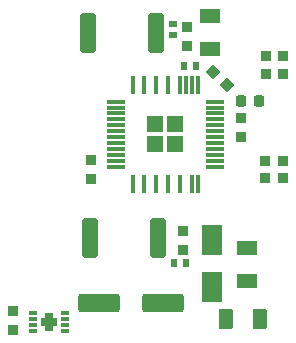
<source format=gtp>
G04 #@! TF.GenerationSoftware,KiCad,Pcbnew,(5.99.0-8491-gb8dfcb34c4)*
G04 #@! TF.CreationDate,2021-01-20T09:42:39+01:00*
G04 #@! TF.ProjectId,TMC2130_Driver,544d4332-3133-4305-9f44-72697665722e,rev?*
G04 #@! TF.SameCoordinates,PX67f3540PY6cb8080*
G04 #@! TF.FileFunction,Paste,Top*
G04 #@! TF.FilePolarity,Positive*
%FSLAX46Y46*%
G04 Gerber Fmt 4.6, Leading zero omitted, Abs format (unit mm)*
G04 Created by KiCad (PCBNEW (5.99.0-8491-gb8dfcb34c4)) date 2021-01-20 09:42:39*
%MOMM*%
%LPD*%
G01*
G04 APERTURE LIST*
G04 Aperture macros list*
%AMRoundRect*
0 Rectangle with rounded corners*
0 $1 Rounding radius*
0 $2 $3 $4 $5 $6 $7 $8 $9 X,Y pos of 4 corners*
0 Add a 4 corners polygon primitive as box body*
4,1,4,$2,$3,$4,$5,$6,$7,$8,$9,$2,$3,0*
0 Add four circle primitives for the rounded corners*
1,1,$1+$1,$2,$3*
1,1,$1+$1,$4,$5*
1,1,$1+$1,$6,$7*
1,1,$1+$1,$8,$9*
0 Add four rect primitives between the rounded corners*
20,1,$1+$1,$2,$3,$4,$5,0*
20,1,$1+$1,$4,$5,$6,$7,0*
20,1,$1+$1,$6,$7,$8,$9,0*
20,1,$1+$1,$8,$9,$2,$3,0*%
%AMRotRect*
0 Rectangle, with rotation*
0 The origin of the aperture is its center*
0 $1 length*
0 $2 width*
0 $3 Rotation angle, in degrees counterclockwise*
0 Add horizontal line*
21,1,$1,$2,0,0,$3*%
G04 Aperture macros list end*
%ADD10R,0.950000X0.875000*%
%ADD11RotRect,0.875000X0.950000X135.000000*%
%ADD12R,1.750000X1.250000*%
%ADD13RoundRect,0.250000X0.425000X1.425000X-0.425000X1.425000X-0.425000X-1.425000X0.425000X-1.425000X0*%
%ADD14R,0.875000X0.950000*%
%ADD15R,1.400000X0.700000*%
%ADD16R,0.700000X0.650000*%
%ADD17R,0.700000X0.500000*%
%ADD18R,0.680000X0.300000*%
%ADD19RoundRect,0.250000X1.500000X0.550000X-1.500000X0.550000X-1.500000X-0.550000X1.500000X-0.550000X0*%
%ADD20RoundRect,0.218750X-0.218750X-0.256250X0.218750X-0.256250X0.218750X0.256250X-0.218750X0.256250X0*%
%ADD21R,0.590000X0.640000*%
%ADD22R,0.640000X0.590000*%
%ADD23R,1.350000X1.350000*%
%ADD24R,1.500000X0.300000*%
%ADD25R,0.300000X1.500000*%
%ADD26R,1.800000X2.500000*%
%ADD27RoundRect,0.250000X0.375000X0.625000X-0.375000X0.625000X-0.375000X-0.625000X0.375000X-0.625000X0*%
G04 APERTURE END LIST*
D10*
X13790000Y25297500D03*
X13790000Y23722500D03*
D11*
X25246847Y31653153D03*
X24133153Y32766847D03*
D12*
X23820000Y34750000D03*
X23820000Y37550000D03*
D10*
X30040000Y34147500D03*
X30040000Y32572500D03*
D13*
X19440000Y18750000D03*
X13640000Y18750000D03*
X19280000Y36090000D03*
X13480000Y36090000D03*
D14*
X28452500Y23780000D03*
X30027500Y23780000D03*
D15*
X10170800Y11629200D03*
D16*
X10170800Y12029200D03*
D17*
X10170800Y11129200D03*
D18*
X11530800Y10879200D03*
X11530800Y11379200D03*
X11530800Y11879200D03*
X11530800Y12379200D03*
X8810800Y12379200D03*
X8810800Y11879200D03*
X8810800Y11379200D03*
X8810800Y10879200D03*
D10*
X7130000Y10955000D03*
X7130000Y12530000D03*
D19*
X19820000Y13240000D03*
X14420000Y13240000D03*
D12*
X26940000Y17860000D03*
X26940000Y15060000D03*
D10*
X26490000Y27272500D03*
X26490000Y28847500D03*
D20*
X26452500Y30310000D03*
X28027500Y30310000D03*
D21*
X21655000Y33260000D03*
X22625000Y33260000D03*
X20825000Y16560000D03*
X21795000Y16560000D03*
D10*
X28560000Y34147500D03*
X28560000Y32572500D03*
D22*
X20720000Y35865000D03*
X20720000Y36835000D03*
D23*
X19165000Y26635000D03*
X19165000Y28385000D03*
X20915000Y26635000D03*
X20915000Y28385000D03*
D24*
X15840000Y30260000D03*
X15840000Y29760000D03*
X15840000Y29260000D03*
X15840000Y28760000D03*
X15840000Y28260000D03*
X15840000Y27760000D03*
X15840000Y27260000D03*
X15840000Y26760000D03*
X15840000Y26260000D03*
X15840000Y25760000D03*
X15840000Y25260000D03*
X15840000Y24760000D03*
D25*
X17290000Y23310000D03*
X18290000Y23310000D03*
X19290000Y23310000D03*
X20290000Y23310000D03*
X21290000Y23310000D03*
X22290000Y23310000D03*
X22790000Y23310000D03*
D24*
X24240000Y24760000D03*
X24240000Y25260000D03*
X24240000Y25760000D03*
X24240000Y26260000D03*
X24240000Y26760000D03*
X24240000Y27260000D03*
X24240000Y27760000D03*
X24240000Y28260000D03*
X24240000Y28760000D03*
X24240000Y29260000D03*
X24240000Y29760000D03*
X24240000Y30260000D03*
D25*
X22790000Y31710000D03*
X22290000Y31710000D03*
X21790000Y31710000D03*
X21290000Y31710000D03*
X20290000Y31710000D03*
X19290000Y31710000D03*
X18290000Y31710000D03*
X17290000Y31710000D03*
D14*
X28452500Y25260000D03*
X30027500Y25260000D03*
D26*
X24010000Y14550000D03*
X24010000Y18550000D03*
D27*
X28030000Y11880000D03*
X25230000Y11880000D03*
D10*
X21930000Y35012500D03*
X21930000Y36587500D03*
X21520000Y19307500D03*
X21520000Y17732500D03*
M02*

</source>
